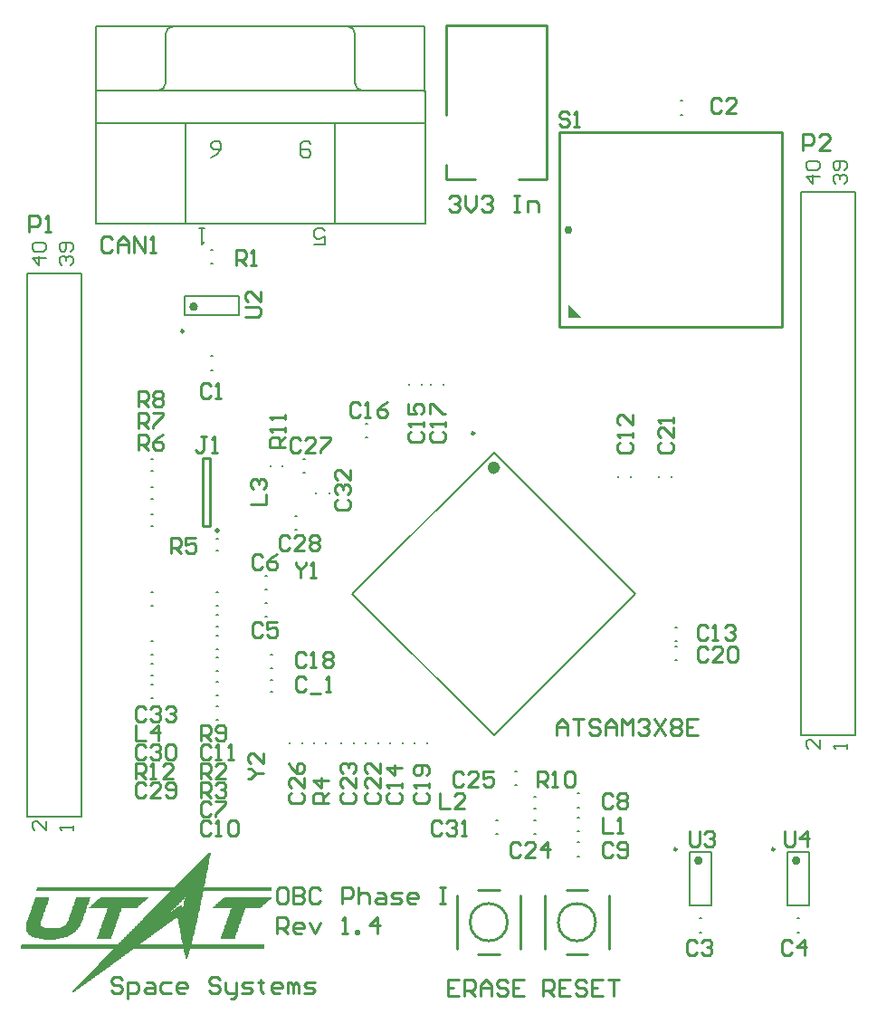
<source format=gto>
%FSLAX25Y25*%
%MOIN*%
G70*
G01*
G75*
%ADD10C,0.04000*%
G04:AMPARAMS|DCode=11|XSize=9.84mil|YSize=61.02mil|CornerRadius=0mil|HoleSize=0mil|Usage=FLASHONLY|Rotation=45.000|XOffset=0mil|YOffset=0mil|HoleType=Round|Shape=Round|*
%AMOVALD11*
21,1,0.05118,0.00984,0.00000,0.00000,135.0*
1,1,0.00984,0.01810,-0.01810*
1,1,0.00984,-0.01810,0.01810*
%
%ADD11OVALD11*%

G04:AMPARAMS|DCode=12|XSize=9.84mil|YSize=61.02mil|CornerRadius=0mil|HoleSize=0mil|Usage=FLASHONLY|Rotation=315.000|XOffset=0mil|YOffset=0mil|HoleType=Round|Shape=Round|*
%AMOVALD12*
21,1,0.05118,0.00984,0.00000,0.00000,45.0*
1,1,0.00984,-0.01810,-0.01810*
1,1,0.00984,0.01810,0.01810*
%
%ADD12OVALD12*%

%ADD13R,0.04528X0.05709*%
%ADD14R,0.05315X0.06102*%
%ADD15R,0.04134X0.05512*%
%ADD16R,0.03347X0.05118*%
%ADD17R,0.05118X0.06102*%
%ADD18O,0.02362X0.08661*%
%ADD19R,0.04528X0.03937*%
%ADD20R,0.03740X0.05315*%
%ADD21R,0.07500X0.04300*%
%ADD22R,0.03500X0.03900*%
%ADD23R,0.05709X0.04528*%
%ADD24R,0.05118X0.03347*%
%ADD25R,0.09449X0.02992*%
%ADD26R,0.07500X0.02800*%
%ADD27R,0.02800X0.07500*%
%ADD28O,0.07480X0.02362*%
%ADD29C,0.00800*%
%ADD30C,0.01600*%
%ADD31C,0.00787*%
%ADD32C,0.27559*%
%ADD33C,0.18740*%
%ADD34R,0.06654X0.06654*%
%ADD35C,0.06654*%
%ADD36C,0.07000*%
%ADD37R,0.07000X0.07000*%
%ADD38C,0.11500*%
%ADD39C,0.01800*%
%ADD40C,0.04000*%
%ADD41C,0.16598*%
G04:AMPARAMS|DCode=42|XSize=185.197mil|YSize=185.197mil|CornerRadius=0mil|HoleSize=0mil|Usage=FLASHONLY|Rotation=0.000|XOffset=0mil|YOffset=0mil|HoleType=Round|Shape=Relief|Width=10mil|Gap=10mil|Entries=4|*
%AMTHD42*
7,0,0,0.18520,0.16520,0.01000,45*
%
%ADD42THD42*%
%ADD43C,0.08291*%
G04:AMPARAMS|DCode=44|XSize=102.913mil|YSize=102.913mil|CornerRadius=0mil|HoleSize=0mil|Usage=FLASHONLY|Rotation=0.000|XOffset=0mil|YOffset=0mil|HoleType=Round|Shape=Relief|Width=10mil|Gap=10mil|Entries=4|*
%AMTHD44*
7,0,0,0.10291,0.08291,0.01000,45*
%
%ADD44THD44*%
%ADD45C,0.08700*%
G04:AMPARAMS|DCode=46|XSize=107mil|YSize=107mil|CornerRadius=0mil|HoleSize=0mil|Usage=FLASHONLY|Rotation=0.000|XOffset=0mil|YOffset=0mil|HoleType=Round|Shape=Relief|Width=10mil|Gap=10mil|Entries=4|*
%AMTHD46*
7,0,0,0.10700,0.08700,0.01000,45*
%
%ADD46THD46*%
%ADD47C,0.12000*%
G04:AMPARAMS|DCode=48|XSize=140mil|YSize=140mil|CornerRadius=0mil|HoleSize=0mil|Usage=FLASHONLY|Rotation=0.000|XOffset=0mil|YOffset=0mil|HoleType=Round|Shape=Relief|Width=10mil|Gap=10mil|Entries=4|*
%AMTHD48*
7,0,0,0.14000,0.12000,0.01000,45*
%
%ADD48THD48*%
G04:AMPARAMS|DCode=49|XSize=68mil|YSize=68mil|CornerRadius=0mil|HoleSize=0mil|Usage=FLASHONLY|Rotation=0.000|XOffset=0mil|YOffset=0mil|HoleType=Round|Shape=Relief|Width=10mil|Gap=10mil|Entries=4|*
%AMTHD49*
7,0,0,0.06800,0.04800,0.01000,45*
%
%ADD49THD49*%
%ADD50C,0.04800*%
%ADD51C,0.16520*%
%ADD52C,0.00984*%
%ADD53C,0.02362*%
%ADD54C,0.01000*%
%ADD55C,0.01575*%
%ADD56C,0.01969*%
%ADD57C,0.03000*%
%ADD58C,0.00200*%
%ADD59C,0.00591*%
G36*
X229500Y268500D02*
X224500D01*
Y273500D01*
X229500Y268500D01*
D02*
G37*
D29*
X327000Y110000D02*
Y111666D01*
Y110833D01*
X322002D01*
X322835Y110000D01*
X317000Y113332D02*
Y110000D01*
X313668Y113332D01*
X312835D01*
X312002Y112499D01*
Y110833D01*
X312835Y110000D01*
X317000Y320499D02*
X312002D01*
X314501Y318000D01*
Y321332D01*
X312835Y322998D02*
X312002Y323831D01*
Y325498D01*
X312835Y326331D01*
X316167D01*
X317000Y325498D01*
Y323831D01*
X316167Y322998D01*
X312835D01*
X322835Y318000D02*
X322002Y318833D01*
Y320499D01*
X322835Y321332D01*
X323668D01*
X324501Y320499D01*
Y319666D01*
Y320499D01*
X325334Y321332D01*
X326167D01*
X327000Y320499D01*
Y318833D01*
X326167Y318000D01*
Y322998D02*
X327000Y323831D01*
Y325498D01*
X326167Y326331D01*
X322835D01*
X322002Y325498D01*
Y323831D01*
X322835Y322998D01*
X323668D01*
X324501Y323831D01*
Y326331D01*
X32000Y83332D02*
Y80000D01*
X28668Y83332D01*
X27835D01*
X27002Y82499D01*
Y80833D01*
X27835Y80000D01*
X42000D02*
Y81666D01*
Y80833D01*
X37002D01*
X37835Y80000D01*
X32000Y290499D02*
X27002D01*
X29501Y288000D01*
Y291332D01*
X27835Y292998D02*
X27002Y293831D01*
Y295498D01*
X27835Y296331D01*
X31167D01*
X32000Y295498D01*
Y293831D01*
X31167Y292998D01*
X27835D01*
X37835Y288000D02*
X37002Y288833D01*
Y290499D01*
X37835Y291332D01*
X38668D01*
X39501Y290499D01*
Y289666D01*
Y290499D01*
X40334Y291332D01*
X41167D01*
X42000Y290499D01*
Y288833D01*
X41167Y288000D01*
Y292998D02*
X42000Y293831D01*
Y295498D01*
X41167Y296331D01*
X37835D01*
X37002Y295498D01*
Y293831D01*
X37835Y292998D01*
X38668D01*
X39501Y293831D01*
Y296331D01*
D31*
X145768Y373043D02*
G03*
X143032Y375780I-2736J0D01*
G01*
X145787Y354913D02*
G03*
X148524Y352177I2736J0D01*
G01*
X78740Y375780D02*
G03*
X76004Y373043I0J-2736D01*
G01*
X73248Y352177D02*
G03*
X75984Y354913I0J2736D01*
G01*
X144792Y166850D02*
X196850Y218909D01*
Y114792D02*
X248909Y166850D01*
X196850Y218909D02*
X248909Y166850D01*
X144792D02*
X196850Y114792D01*
X50256Y375780D02*
X82000D01*
X50256Y352157D02*
Y375780D01*
X143032D02*
X171280D01*
X171500Y375559D01*
Y352000D02*
Y375559D01*
X145787Y354913D02*
Y373024D01*
X75984Y354913D02*
Y373024D01*
X83327Y303339D02*
Y340347D01*
X50256Y352157D02*
X171516D01*
X138445Y303339D02*
Y340347D01*
X50256Y303339D02*
X171516D01*
X78740Y375780D02*
X143032D01*
X50256Y303339D02*
Y352157D01*
X171516Y303339D02*
Y352157D01*
X50256Y340347D02*
X171516D01*
X330000Y115000D02*
Y315000D01*
X310000Y115000D02*
Y315000D01*
Y115000D02*
X330000D01*
X310000Y315000D02*
X330000D01*
X25000Y85000D02*
Y285000D01*
Y85000D02*
X45000D01*
X25000Y285000D02*
X45000D01*
Y85000D02*
Y285000D01*
X263803Y142539D02*
X264197D01*
X263803Y147461D02*
X264197D01*
X92803Y249342D02*
X93197D01*
X92803Y254658D02*
X93197D01*
X92803Y288638D02*
X93197D01*
X92803Y293362D02*
X93197D01*
X94803Y182835D02*
X95197D01*
X94803Y187165D02*
X95197D01*
X70803Y191835D02*
X71197D01*
X70803Y196165D02*
X71197D01*
X70803Y201835D02*
X71197D01*
X70803Y206165D02*
X71197D01*
X70803Y212335D02*
X71197D01*
X70803Y216665D02*
X71197D01*
X83157Y269457D02*
Y276543D01*
X102842D01*
X83157Y269457D02*
X102842D01*
Y276543D01*
X70803Y162539D02*
X71197D01*
X70803Y167461D02*
X71197D01*
X70803Y144539D02*
X71197D01*
X70803Y149461D02*
X71197D01*
X70803Y141165D02*
X71197D01*
X70803Y136835D02*
X71197D01*
X70803Y133461D02*
X71197D01*
X70803Y128539D02*
X71197D01*
X94803Y162638D02*
X95197D01*
X94803Y167362D02*
X95197D01*
X94803Y154736D02*
X95197D01*
X94803Y159264D02*
X95197D01*
X94803Y146638D02*
X95197D01*
X94803Y151362D02*
X95197D01*
X94803Y138638D02*
X95197D01*
X94803Y143362D02*
X95197D01*
X94803Y129539D02*
X95197D01*
X94803Y134461D02*
X95197D01*
X94803Y120539D02*
X95197D01*
X94803Y125461D02*
X95197D01*
X112803Y168539D02*
X113197D01*
X112803Y173461D02*
X113197D01*
X112803Y158539D02*
X113197D01*
X112803Y163461D02*
X113197D01*
X114803Y139539D02*
X115197D01*
X114803Y144461D02*
X115197D01*
X114803Y130736D02*
X115197D01*
X114803Y135264D02*
X115197D01*
X126461Y111803D02*
Y112197D01*
X121539Y111803D02*
Y112197D01*
X130835Y111803D02*
Y112197D01*
X135165Y111803D02*
Y112197D01*
X145461Y111803D02*
Y112197D01*
X140539Y111803D02*
Y112197D01*
X149539Y111803D02*
Y112197D01*
X154461Y111803D02*
Y112197D01*
X158539Y111803D02*
Y112197D01*
X163461Y111803D02*
Y112197D01*
X172461Y111803D02*
Y112197D01*
X167539Y111803D02*
Y112197D01*
X149803Y224539D02*
X150197D01*
X149803Y229461D02*
X150197D01*
X123803Y190539D02*
X124197D01*
X123803Y195461D02*
X124197D01*
X131496Y203803D02*
Y204197D01*
X136417Y203803D02*
Y204197D01*
X126803Y211539D02*
X127197D01*
X126803Y216461D02*
X127197D01*
X114835Y213803D02*
Y214197D01*
X119165Y213803D02*
Y214197D01*
X165539Y243803D02*
Y244197D01*
X170461Y243803D02*
Y244197D01*
X173539Y243803D02*
Y244197D01*
X178461Y243803D02*
Y244197D01*
X265803Y343342D02*
X266197D01*
X265803Y348657D02*
X266197D01*
X242539Y209803D02*
Y210197D01*
X247461Y209803D02*
Y210197D01*
X257539Y209803D02*
Y210197D01*
X262461Y209803D02*
Y210197D01*
X263803Y149539D02*
X264197D01*
X263803Y154461D02*
X264197D01*
X272803Y42342D02*
X273197D01*
X272803Y47657D02*
X273197D01*
X308803Y42342D02*
X309197D01*
X308803Y47657D02*
X309197D01*
X305063Y52157D02*
X312937D01*
X305063D02*
Y71842D01*
X312937Y52157D02*
Y71842D01*
X305063D02*
X312937D01*
X269063Y52157D02*
X276937D01*
X269063D02*
Y71842D01*
X276937Y52157D02*
Y71842D01*
X269063D02*
X276937D01*
X227803Y70342D02*
X228197D01*
X227803Y75657D02*
X228197D01*
X227803Y88342D02*
X228197D01*
X227803Y93657D02*
X228197D01*
X227803Y79539D02*
X228197D01*
X227803Y84461D02*
X228197D01*
X211803Y78539D02*
X212197D01*
X211803Y83461D02*
X212197D01*
X197803Y78539D02*
X198197D01*
X197803Y83461D02*
X198197D01*
X211803Y87835D02*
X212197D01*
X211803Y92165D02*
X212197D01*
X204803Y96539D02*
X205197D01*
X204803Y101461D02*
X205197D01*
D52*
X189687Y226008D02*
G03*
X189687Y226008I-492J0D01*
G01*
X82646Y263551D02*
G03*
X82646Y263551I-492J0D01*
G01*
X300240Y72847D02*
G03*
X300240Y72847I-492J0D01*
G01*
X264240D02*
G03*
X264240Y72847I-492J0D01*
G01*
D53*
X198031Y213341D02*
G03*
X198031Y213341I-1181J0D01*
G01*
D54*
X234390Y46000D02*
G03*
X234390Y46000I-6890J0D01*
G01*
X201890D02*
G03*
X201890Y46000I-6890J0D01*
G01*
X179496Y319433D02*
Y324945D01*
X179496Y343055D02*
Y376126D01*
X216504D01*
X179496Y319433D02*
X189929D01*
X206071D02*
X216504D01*
Y376126D01*
X215689Y36158D02*
Y55843D01*
X223563Y34189D02*
X231437D01*
X223563Y57811D02*
X231437D01*
X239311Y36158D02*
Y55843D01*
X89819Y191700D02*
Y216700D01*
X92181Y191701D02*
Y216701D01*
X89819Y216700D02*
X92180D01*
X89819Y191700D02*
X92180D01*
X221150Y265200D02*
Y336800D01*
Y265200D02*
X302850D01*
X221150Y336800D02*
X302850D01*
Y265200D02*
Y336800D01*
X183189Y36158D02*
Y55843D01*
X191063Y34189D02*
X198937D01*
X191063Y57811D02*
X198937D01*
X206811Y36158D02*
Y55843D01*
X121666Y187582D02*
X120749Y188498D01*
X118916D01*
X118000Y187582D01*
Y183916D01*
X118916Y183000D01*
X120749D01*
X121666Y183916D01*
X127164Y183000D02*
X123498D01*
X127164Y186665D01*
Y187582D01*
X126247Y188498D01*
X124415D01*
X123498Y187582D01*
X128996D02*
X129913Y188498D01*
X131746D01*
X132662Y187582D01*
Y186665D01*
X131746Y185749D01*
X132662Y184833D01*
Y183916D01*
X131746Y183000D01*
X129913D01*
X128996Y183916D01*
Y184833D01*
X129913Y185749D01*
X128996Y186665D01*
Y187582D01*
X129913Y185749D02*
X131746D01*
X213000Y96000D02*
Y101498D01*
X215749D01*
X216666Y100582D01*
Y98749D01*
X215749Y97833D01*
X213000D01*
X214833D02*
X216666Y96000D01*
X218498D02*
X220331D01*
X219415D01*
Y101498D01*
X218498Y100582D01*
X223080D02*
X223996Y101498D01*
X225829D01*
X226746Y100582D01*
Y96916D01*
X225829Y96000D01*
X223996D01*
X223080Y96916D01*
Y100582D01*
X177000Y93498D02*
Y88000D01*
X180666D01*
X186164D02*
X182498D01*
X186164Y91666D01*
Y92582D01*
X185247Y93498D01*
X183415D01*
X182498Y92582D01*
X185666Y100582D02*
X184749Y101498D01*
X182916D01*
X182000Y100582D01*
Y96916D01*
X182916Y96000D01*
X184749D01*
X185666Y96916D01*
X191164Y96000D02*
X187498D01*
X191164Y99665D01*
Y100582D01*
X190247Y101498D01*
X188415D01*
X187498Y100582D01*
X196662Y101498D02*
X192996D01*
Y98749D01*
X194829Y99665D01*
X195746D01*
X196662Y98749D01*
Y96916D01*
X195746Y96000D01*
X193913D01*
X192996Y96916D01*
X206665Y74582D02*
X205749Y75498D01*
X203916D01*
X203000Y74582D01*
Y70916D01*
X203916Y70000D01*
X205749D01*
X206665Y70916D01*
X212164Y70000D02*
X208498D01*
X212164Y73665D01*
Y74582D01*
X211247Y75498D01*
X209415D01*
X208498Y74582D01*
X216746Y70000D02*
Y75498D01*
X213996Y72749D01*
X217662D01*
X177665Y82582D02*
X176749Y83498D01*
X174916D01*
X174000Y82582D01*
Y78916D01*
X174916Y78000D01*
X176749D01*
X177665Y78916D01*
X179498Y82582D02*
X180415Y83498D01*
X182247D01*
X183164Y82582D01*
Y81665D01*
X182247Y80749D01*
X181331D01*
X182247D01*
X183164Y79833D01*
Y78916D01*
X182247Y78000D01*
X180415D01*
X179498Y78916D01*
X184996Y78000D02*
X186829D01*
X185913D01*
Y83498D01*
X184996Y82582D01*
X106502Y99000D02*
X107418D01*
X109251Y100833D01*
X107418Y102665D01*
X106502D01*
X109251Y100833D02*
X112000D01*
Y108164D02*
Y104498D01*
X108335Y108164D01*
X107418D01*
X106502Y107247D01*
Y105415D01*
X107418Y104498D01*
X124000Y178498D02*
Y177582D01*
X125833Y175749D01*
X127665Y177582D01*
Y178498D01*
X125833Y175749D02*
Y173000D01*
X129498D02*
X131331D01*
X130415D01*
Y178498D01*
X129498Y177582D01*
X304000Y79498D02*
Y74916D01*
X304916Y74000D01*
X306749D01*
X307665Y74916D01*
Y79498D01*
X312247Y74000D02*
Y79498D01*
X309498Y76749D01*
X313164D01*
X269000Y79498D02*
Y74916D01*
X269916Y74000D01*
X271749D01*
X272666Y74916D01*
Y79498D01*
X274498Y78582D02*
X275415Y79498D01*
X277247D01*
X278164Y78582D01*
Y77666D01*
X277247Y76749D01*
X276331D01*
X277247D01*
X278164Y75833D01*
Y74916D01*
X277247Y74000D01*
X275415D01*
X274498Y74916D01*
X105502Y269000D02*
X110084D01*
X111000Y269916D01*
Y271749D01*
X110084Y272666D01*
X105502D01*
X111000Y278164D02*
Y274498D01*
X107334Y278164D01*
X106418D01*
X105502Y277247D01*
Y275415D01*
X106418Y274498D01*
X220000Y115000D02*
Y118999D01*
X221999Y120998D01*
X223999Y118999D01*
Y115000D01*
Y117999D01*
X220000D01*
X225998Y120998D02*
X229997D01*
X227997D01*
Y115000D01*
X235995Y119998D02*
X234995Y120998D01*
X232996D01*
X231996Y119998D01*
Y118999D01*
X232996Y117999D01*
X234995D01*
X235995Y116999D01*
Y116000D01*
X234995Y115000D01*
X232996D01*
X231996Y116000D01*
X237994Y115000D02*
Y118999D01*
X239994Y120998D01*
X241993Y118999D01*
Y115000D01*
Y117999D01*
X237994D01*
X243992Y115000D02*
Y120998D01*
X245992Y118999D01*
X247991Y120998D01*
Y115000D01*
X249990Y119998D02*
X250990Y120998D01*
X252989D01*
X253989Y119998D01*
Y118999D01*
X252989Y117999D01*
X251990D01*
X252989D01*
X253989Y116999D01*
Y116000D01*
X252989Y115000D01*
X250990D01*
X249990Y116000D01*
X255988Y120998D02*
X259987Y115000D01*
Y120998D02*
X255988Y115000D01*
X261986Y119998D02*
X262986Y120998D01*
X264985D01*
X265985Y119998D01*
Y118999D01*
X264985Y117999D01*
X265985Y116999D01*
Y116000D01*
X264985Y115000D01*
X262986D01*
X261986Y116000D01*
Y116999D01*
X262986Y117999D01*
X261986Y118999D01*
Y119998D01*
X262986Y117999D02*
X264985D01*
X271983Y120998D02*
X267985D01*
Y115000D01*
X271983D01*
X267985Y117999D02*
X269984D01*
X183999Y24998D02*
X180000D01*
Y19000D01*
X183999D01*
X180000Y21999D02*
X181999D01*
X185998Y19000D02*
Y24998D01*
X188997D01*
X189997Y23998D01*
Y21999D01*
X188997Y20999D01*
X185998D01*
X187997D02*
X189997Y19000D01*
X191996D02*
Y22999D01*
X193995Y24998D01*
X195995Y22999D01*
Y19000D01*
Y21999D01*
X191996D01*
X201993Y23998D02*
X200993Y24998D01*
X198994D01*
X197994Y23998D01*
Y22999D01*
X198994Y21999D01*
X200993D01*
X201993Y20999D01*
Y20000D01*
X200993Y19000D01*
X198994D01*
X197994Y20000D01*
X207991Y24998D02*
X203992D01*
Y19000D01*
X207991D01*
X203992Y21999D02*
X205992D01*
X215000Y19000D02*
Y24998D01*
X217999D01*
X218999Y23998D01*
Y21999D01*
X217999Y20999D01*
X215000D01*
X216999D02*
X218999Y19000D01*
X224997Y24998D02*
X220998D01*
Y19000D01*
X224997D01*
X220998Y21999D02*
X222997D01*
X230995Y23998D02*
X229995Y24998D01*
X227996D01*
X226996Y23998D01*
Y22999D01*
X227996Y21999D01*
X229995D01*
X230995Y20999D01*
Y20000D01*
X229995Y19000D01*
X227996D01*
X226996Y20000D01*
X236993Y24998D02*
X232994D01*
Y19000D01*
X236993D01*
X232994Y21999D02*
X234994D01*
X238992Y24998D02*
X242991D01*
X240992D01*
Y19000D01*
X66000Y236000D02*
Y241498D01*
X68749D01*
X69665Y240582D01*
Y238749D01*
X68749Y237833D01*
X66000D01*
X67833D02*
X69665Y236000D01*
X71498Y240582D02*
X72415Y241498D01*
X74247D01*
X75164Y240582D01*
Y239666D01*
X74247Y238749D01*
X75164Y237833D01*
Y236916D01*
X74247Y236000D01*
X72415D01*
X71498Y236916D01*
Y237833D01*
X72415Y238749D01*
X71498Y239666D01*
Y240582D01*
X72415Y238749D02*
X74247D01*
X66000Y228000D02*
Y233498D01*
X68749D01*
X69665Y232582D01*
Y230749D01*
X68749Y229833D01*
X66000D01*
X67833D02*
X69665Y228000D01*
X71498Y233498D02*
X75164D01*
Y232582D01*
X71498Y228916D01*
Y228000D01*
X66000Y220000D02*
Y225498D01*
X68749D01*
X69665Y224582D01*
Y222749D01*
X68749Y221833D01*
X66000D01*
X67833D02*
X69665Y220000D01*
X75164Y225498D02*
X73331Y224582D01*
X71498Y222749D01*
Y220916D01*
X72415Y220000D01*
X74247D01*
X75164Y220916D01*
Y221833D01*
X74247Y222749D01*
X71498D01*
X78000Y182000D02*
Y187498D01*
X80749D01*
X81665Y186582D01*
Y184749D01*
X80749Y183833D01*
X78000D01*
X79833D02*
X81665Y182000D01*
X87164Y187498D02*
X83498D01*
Y184749D01*
X85331Y185666D01*
X86247D01*
X87164Y184749D01*
Y182916D01*
X86247Y182000D01*
X84415D01*
X83498Y182916D01*
X102000Y288000D02*
Y293498D01*
X104749D01*
X105666Y292582D01*
Y290749D01*
X104749Y289833D01*
X102000D01*
X103833D02*
X105666Y288000D01*
X107498D02*
X109331D01*
X108415D01*
Y293498D01*
X107498Y292582D01*
X65000Y99000D02*
Y104498D01*
X67749D01*
X68665Y103582D01*
Y101749D01*
X67749Y100833D01*
X65000D01*
X66833D02*
X68665Y99000D01*
X70498D02*
X72331D01*
X71415D01*
Y104498D01*
X70498Y103582D01*
X78746Y99000D02*
X75080D01*
X78746Y102665D01*
Y103582D01*
X77829Y104498D01*
X75996D01*
X75080Y103582D01*
X120000Y221000D02*
X114502D01*
Y223749D01*
X115418Y224665D01*
X117251D01*
X118167Y223749D01*
Y221000D01*
Y222833D02*
X120000Y224665D01*
Y226498D02*
Y228331D01*
Y227415D01*
X114502D01*
X115418Y226498D01*
X120000Y231080D02*
Y232913D01*
Y231996D01*
X114502D01*
X115418Y231080D01*
X89000Y113000D02*
Y118498D01*
X91749D01*
X92665Y117582D01*
Y115749D01*
X91749Y114833D01*
X89000D01*
X90833D02*
X92665Y113000D01*
X94498Y113916D02*
X95415Y113000D01*
X97247D01*
X98164Y113916D01*
Y117582D01*
X97247Y118498D01*
X95415D01*
X94498Y117582D01*
Y116665D01*
X95415Y115749D01*
X98164D01*
X89000Y92000D02*
Y97498D01*
X91749D01*
X92665Y96582D01*
Y94749D01*
X91749Y93833D01*
X89000D01*
X90833D02*
X92665Y92000D01*
X94498Y96582D02*
X95415Y97498D01*
X97247D01*
X98164Y96582D01*
Y95666D01*
X97247Y94749D01*
X96331D01*
X97247D01*
X98164Y93833D01*
Y92916D01*
X97247Y92000D01*
X95415D01*
X94498Y92916D01*
X89000Y99000D02*
Y104498D01*
X91749D01*
X92665Y103582D01*
Y101749D01*
X91749Y100833D01*
X89000D01*
X90833D02*
X92665Y99000D01*
X98164D02*
X94498D01*
X98164Y102665D01*
Y103582D01*
X97247Y104498D01*
X95415D01*
X94498Y103582D01*
X136000Y90000D02*
X130502D01*
Y92749D01*
X131418Y93665D01*
X133251D01*
X134167Y92749D01*
Y90000D01*
Y91833D02*
X136000Y93665D01*
Y98247D02*
X130502D01*
X133251Y95498D01*
Y99164D01*
X180500Y312498D02*
X181500Y313498D01*
X183499D01*
X184499Y312498D01*
Y311499D01*
X183499Y310499D01*
X182499D01*
X183499D01*
X184499Y309499D01*
Y308500D01*
X183499Y307500D01*
X181500D01*
X180500Y308500D01*
X186498Y313498D02*
Y309499D01*
X188497Y307500D01*
X190497Y309499D01*
Y313498D01*
X192496Y312498D02*
X193496Y313498D01*
X195495D01*
X196495Y312498D01*
Y311499D01*
X195495Y310499D01*
X194495D01*
X195495D01*
X196495Y309499D01*
Y308500D01*
X195495Y307500D01*
X193496D01*
X192496Y308500D01*
X204492Y313498D02*
X206492D01*
X205492D01*
Y307500D01*
X204492D01*
X206492D01*
X209491D02*
Y311499D01*
X212490D01*
X213489Y310499D01*
Y307500D01*
X310600Y330100D02*
Y336098D01*
X313599D01*
X314599Y335098D01*
Y333099D01*
X313599Y332099D01*
X310600D01*
X320597Y330100D02*
X316598D01*
X320597Y334099D01*
Y335098D01*
X319597Y336098D01*
X317598D01*
X316598Y335098D01*
X25600Y300100D02*
Y306098D01*
X28599D01*
X29599Y305098D01*
Y303099D01*
X28599Y302099D01*
X25600D01*
X31598Y300100D02*
X33597D01*
X32598D01*
Y306098D01*
X31598Y305098D01*
X237000Y84498D02*
Y79000D01*
X240666D01*
X242498D02*
X244331D01*
X243415D01*
Y84498D01*
X242498Y83582D01*
X65000Y118498D02*
Y113000D01*
X68665D01*
X73247D02*
Y118498D01*
X70498Y115749D01*
X74164D01*
X107502Y200000D02*
X113000D01*
Y203665D01*
X108418Y205498D02*
X107502Y206415D01*
Y208247D01*
X108418Y209164D01*
X109335D01*
X110251Y208247D01*
Y207331D01*
Y208247D01*
X111167Y209164D01*
X112084D01*
X113000Y208247D01*
Y206415D01*
X112084Y205498D01*
X280665Y348582D02*
X279749Y349498D01*
X277916D01*
X277000Y348582D01*
Y344916D01*
X277916Y344000D01*
X279749D01*
X280665Y344916D01*
X286164Y344000D02*
X282498D01*
X286164Y347666D01*
Y348582D01*
X285247Y349498D01*
X283415D01*
X282498Y348582D01*
X127665Y135582D02*
X126749Y136498D01*
X124916D01*
X124000Y135582D01*
Y131916D01*
X124916Y131000D01*
X126749D01*
X127665Y131916D01*
X129498Y130084D02*
X133164D01*
X134996Y131000D02*
X136829D01*
X135913D01*
Y136498D01*
X134996Y135582D01*
X306665Y38582D02*
X305749Y39498D01*
X303916D01*
X303000Y38582D01*
Y34916D01*
X303916Y34000D01*
X305749D01*
X306665Y34916D01*
X311247Y34000D02*
Y39498D01*
X308498Y36749D01*
X312164D01*
X271666Y38582D02*
X270749Y39498D01*
X268916D01*
X268000Y38582D01*
Y34916D01*
X268916Y34000D01*
X270749D01*
X271666Y34916D01*
X273498Y38582D02*
X274415Y39498D01*
X276247D01*
X277164Y38582D01*
Y37666D01*
X276247Y36749D01*
X275331D01*
X276247D01*
X277164Y35833D01*
Y34916D01*
X276247Y34000D01*
X274415D01*
X273498Y34916D01*
X92665Y243582D02*
X91749Y244498D01*
X89916D01*
X89000Y243582D01*
Y239916D01*
X89916Y239000D01*
X91749D01*
X92665Y239916D01*
X94498Y239000D02*
X96331D01*
X95415D01*
Y244498D01*
X94498Y243582D01*
X92665Y82582D02*
X91749Y83498D01*
X89916D01*
X89000Y82582D01*
Y78916D01*
X89916Y78000D01*
X91749D01*
X92665Y78916D01*
X94498Y78000D02*
X96331D01*
X95415D01*
Y83498D01*
X94498Y82582D01*
X99080D02*
X99996Y83498D01*
X101829D01*
X102746Y82582D01*
Y78916D01*
X101829Y78000D01*
X99996D01*
X99080Y78916D01*
Y82582D01*
X92665Y89582D02*
X91749Y90498D01*
X89916D01*
X89000Y89582D01*
Y85916D01*
X89916Y85000D01*
X91749D01*
X92665Y85916D01*
X94498Y90498D02*
X98164D01*
Y89582D01*
X94498Y85916D01*
Y85000D01*
X111665Y180582D02*
X110749Y181498D01*
X108916D01*
X108000Y180582D01*
Y176916D01*
X108916Y176000D01*
X110749D01*
X111665Y176916D01*
X117164Y181498D02*
X115331Y180582D01*
X113498Y178749D01*
Y176916D01*
X114415Y176000D01*
X116247D01*
X117164Y176916D01*
Y177833D01*
X116247Y178749D01*
X113498D01*
X111665Y155582D02*
X110749Y156498D01*
X108916D01*
X108000Y155582D01*
Y151916D01*
X108916Y151000D01*
X110749D01*
X111665Y151916D01*
X117164Y156498D02*
X113498D01*
Y153749D01*
X115331Y154666D01*
X116247D01*
X117164Y153749D01*
Y151916D01*
X116247Y151000D01*
X114415D01*
X113498Y151916D01*
X166418Y226665D02*
X165502Y225749D01*
Y223916D01*
X166418Y223000D01*
X170084D01*
X171000Y223916D01*
Y225749D01*
X170084Y226665D01*
X171000Y228498D02*
Y230331D01*
Y229415D01*
X165502D01*
X166418Y228498D01*
X165502Y236746D02*
Y233080D01*
X168251D01*
X167334Y234913D01*
Y235829D01*
X168251Y236746D01*
X170084D01*
X171000Y235829D01*
Y233996D01*
X170084Y233080D01*
X158418Y93665D02*
X157502Y92749D01*
Y90916D01*
X158418Y90000D01*
X162084D01*
X163000Y90916D01*
Y92749D01*
X162084Y93665D01*
X163000Y95498D02*
Y97331D01*
Y96415D01*
X157502D01*
X158418Y95498D01*
X163000Y102829D02*
X157502D01*
X160251Y100080D01*
Y103746D01*
X275665Y154582D02*
X274749Y155498D01*
X272916D01*
X272000Y154582D01*
Y150916D01*
X272916Y150000D01*
X274749D01*
X275665Y150916D01*
X277498Y150000D02*
X279331D01*
X278415D01*
Y155498D01*
X277498Y154582D01*
X282080D02*
X282996Y155498D01*
X284829D01*
X285746Y154582D01*
Y153665D01*
X284829Y152749D01*
X283913D01*
X284829D01*
X285746Y151833D01*
Y150916D01*
X284829Y150000D01*
X282996D01*
X282080Y150916D01*
X243418Y222666D02*
X242502Y221749D01*
Y219916D01*
X243418Y219000D01*
X247084D01*
X248000Y219916D01*
Y221749D01*
X247084Y222666D01*
X248000Y224498D02*
Y226331D01*
Y225415D01*
X242502D01*
X243418Y224498D01*
X248000Y232746D02*
Y229080D01*
X244335Y232746D01*
X243418D01*
X242502Y231829D01*
Y229996D01*
X243418Y229080D01*
X258418Y222666D02*
X257502Y221749D01*
Y219916D01*
X258418Y219000D01*
X262084D01*
X263000Y219916D01*
Y221749D01*
X262084Y222666D01*
X263000Y228164D02*
Y224498D01*
X259334Y228164D01*
X258418D01*
X257502Y227247D01*
Y225415D01*
X258418Y224498D01*
X263000Y229996D02*
Y231829D01*
Y230913D01*
X257502D01*
X258418Y229996D01*
X275665Y146582D02*
X274749Y147498D01*
X272916D01*
X272000Y146582D01*
Y142916D01*
X272916Y142000D01*
X274749D01*
X275665Y142916D01*
X281164Y142000D02*
X277498D01*
X281164Y145666D01*
Y146582D01*
X280247Y147498D01*
X278415D01*
X277498Y146582D01*
X282996D02*
X283913Y147498D01*
X285746D01*
X286662Y146582D01*
Y142916D01*
X285746Y142000D01*
X283913D01*
X282996Y142916D01*
Y146582D01*
X168418Y93665D02*
X167502Y92749D01*
Y90916D01*
X168418Y90000D01*
X172084D01*
X173000Y90916D01*
Y92749D01*
X172084Y93665D01*
X173000Y95498D02*
Y97331D01*
Y96415D01*
X167502D01*
X168418Y95498D01*
X172084Y100080D02*
X173000Y100996D01*
Y102829D01*
X172084Y103746D01*
X168418D01*
X167502Y102829D01*
Y100996D01*
X168418Y100080D01*
X169334D01*
X170251Y100996D01*
Y103746D01*
X127665Y144582D02*
X126749Y145498D01*
X124916D01*
X124000Y144582D01*
Y140916D01*
X124916Y140000D01*
X126749D01*
X127665Y140916D01*
X129498Y140000D02*
X131331D01*
X130415D01*
Y145498D01*
X129498Y144582D01*
X134080D02*
X134996Y145498D01*
X136829D01*
X137746Y144582D01*
Y143666D01*
X136829Y142749D01*
X137746Y141833D01*
Y140916D01*
X136829Y140000D01*
X134996D01*
X134080Y140916D01*
Y141833D01*
X134996Y142749D01*
X134080Y143666D01*
Y144582D01*
X134996Y142749D02*
X136829D01*
X174418Y226665D02*
X173502Y225749D01*
Y223916D01*
X174418Y223000D01*
X178084D01*
X179000Y223916D01*
Y225749D01*
X178084Y226665D01*
X179000Y228498D02*
Y230331D01*
Y229415D01*
X173502D01*
X174418Y228498D01*
X173502Y233080D02*
Y236746D01*
X174418D01*
X178084Y233080D01*
X179000D01*
X141418Y93665D02*
X140502Y92749D01*
Y90916D01*
X141418Y90000D01*
X145084D01*
X146000Y90916D01*
Y92749D01*
X145084Y93665D01*
X146000Y99164D02*
Y95498D01*
X142334Y99164D01*
X141418D01*
X140502Y98247D01*
Y96415D01*
X141418Y95498D01*
Y100996D02*
X140502Y101913D01*
Y103746D01*
X141418Y104662D01*
X142334D01*
X143251Y103746D01*
Y102829D01*
Y103746D01*
X144167Y104662D01*
X145084D01*
X146000Y103746D01*
Y101913D01*
X145084Y100996D01*
X150418Y93665D02*
X149502Y92749D01*
Y90916D01*
X150418Y90000D01*
X154084D01*
X155000Y90916D01*
Y92749D01*
X154084Y93665D01*
X155000Y99164D02*
Y95498D01*
X151335Y99164D01*
X150418D01*
X149502Y98247D01*
Y96415D01*
X150418Y95498D01*
X155000Y104662D02*
Y100996D01*
X151335Y104662D01*
X150418D01*
X149502Y103746D01*
Y101913D01*
X150418Y100996D01*
X68665Y110582D02*
X67749Y111498D01*
X65916D01*
X65000Y110582D01*
Y106916D01*
X65916Y106000D01*
X67749D01*
X68665Y106916D01*
X70498Y110582D02*
X71415Y111498D01*
X73247D01*
X74164Y110582D01*
Y109666D01*
X73247Y108749D01*
X72331D01*
X73247D01*
X74164Y107833D01*
Y106916D01*
X73247Y106000D01*
X71415D01*
X70498Y106916D01*
X75996Y110582D02*
X76913Y111498D01*
X78746D01*
X79662Y110582D01*
Y106916D01*
X78746Y106000D01*
X76913D01*
X75996Y106916D01*
Y110582D01*
X68665Y96582D02*
X67749Y97498D01*
X65916D01*
X65000Y96582D01*
Y92916D01*
X65916Y92000D01*
X67749D01*
X68665Y92916D01*
X74164Y92000D02*
X70498D01*
X74164Y95666D01*
Y96582D01*
X73247Y97498D01*
X71415D01*
X70498Y96582D01*
X75996Y92916D02*
X76913Y92000D01*
X78746D01*
X79662Y92916D01*
Y96582D01*
X78746Y97498D01*
X76913D01*
X75996Y96582D01*
Y95666D01*
X76913Y94749D01*
X79662D01*
X68665Y124582D02*
X67749Y125498D01*
X65916D01*
X65000Y124582D01*
Y120916D01*
X65916Y120000D01*
X67749D01*
X68665Y120916D01*
X70498Y124582D02*
X71415Y125498D01*
X73247D01*
X74164Y124582D01*
Y123665D01*
X73247Y122749D01*
X72331D01*
X73247D01*
X74164Y121833D01*
Y120916D01*
X73247Y120000D01*
X71415D01*
X70498Y120916D01*
X75996Y124582D02*
X76913Y125498D01*
X78746D01*
X79662Y124582D01*
Y123665D01*
X78746Y122749D01*
X77829D01*
X78746D01*
X79662Y121833D01*
Y120916D01*
X78746Y120000D01*
X76913D01*
X75996Y120916D01*
X125665Y223582D02*
X124749Y224498D01*
X122916D01*
X122000Y223582D01*
Y219916D01*
X122916Y219000D01*
X124749D01*
X125665Y219916D01*
X131164Y219000D02*
X127498D01*
X131164Y222666D01*
Y223582D01*
X130247Y224498D01*
X128415D01*
X127498Y223582D01*
X132996Y224498D02*
X136662D01*
Y223582D01*
X132996Y219916D01*
Y219000D01*
X139418Y201665D02*
X138502Y200749D01*
Y198916D01*
X139418Y198000D01*
X143084D01*
X144000Y198916D01*
Y200749D01*
X143084Y201665D01*
X139418Y203498D02*
X138502Y204415D01*
Y206247D01*
X139418Y207164D01*
X140334D01*
X141251Y206247D01*
Y205331D01*
Y206247D01*
X142167Y207164D01*
X143084D01*
X144000Y206247D01*
Y204415D01*
X143084Y203498D01*
X144000Y212662D02*
Y208996D01*
X140334Y212662D01*
X139418D01*
X138502Y211746D01*
Y209913D01*
X139418Y208996D01*
X122418Y93665D02*
X121502Y92749D01*
Y90916D01*
X122418Y90000D01*
X126084D01*
X127000Y90916D01*
Y92749D01*
X126084Y93665D01*
X127000Y99164D02*
Y95498D01*
X123335Y99164D01*
X122418D01*
X121502Y98247D01*
Y96415D01*
X122418Y95498D01*
X121502Y104662D02*
X122418Y102829D01*
X124251Y100996D01*
X126084D01*
X127000Y101913D01*
Y103746D01*
X126084Y104662D01*
X125167D01*
X124251Y103746D01*
Y100996D01*
X147666Y236582D02*
X146749Y237498D01*
X144916D01*
X144000Y236582D01*
Y232916D01*
X144916Y232000D01*
X146749D01*
X147666Y232916D01*
X149498Y232000D02*
X151331D01*
X150415D01*
Y237498D01*
X149498Y236582D01*
X157746Y237498D02*
X155913Y236582D01*
X154080Y234749D01*
Y232916D01*
X154996Y232000D01*
X156829D01*
X157746Y232916D01*
Y233833D01*
X156829Y234749D01*
X154080D01*
X240666Y74582D02*
X239749Y75498D01*
X237916D01*
X237000Y74582D01*
Y70916D01*
X237916Y70000D01*
X239749D01*
X240666Y70916D01*
X242498D02*
X243415Y70000D01*
X245247D01*
X246164Y70916D01*
Y74582D01*
X245247Y75498D01*
X243415D01*
X242498Y74582D01*
Y73665D01*
X243415Y72749D01*
X246164D01*
X240666Y92582D02*
X239749Y93498D01*
X237916D01*
X237000Y92582D01*
Y88916D01*
X237916Y88000D01*
X239749D01*
X240666Y88916D01*
X242498Y92582D02*
X243415Y93498D01*
X245247D01*
X246164Y92582D01*
Y91666D01*
X245247Y90749D01*
X246164Y89833D01*
Y88916D01*
X245247Y88000D01*
X243415D01*
X242498Y88916D01*
Y89833D01*
X243415Y90749D01*
X242498Y91666D01*
Y92582D01*
X243415Y90749D02*
X245247D01*
X92665Y110582D02*
X91749Y111498D01*
X89916D01*
X89000Y110582D01*
Y106916D01*
X89916Y106000D01*
X91749D01*
X92665Y106916D01*
X94498Y106000D02*
X96331D01*
X95415D01*
Y111498D01*
X94498Y110582D01*
X99080Y106000D02*
X100913D01*
X99996D01*
Y111498D01*
X99080Y110582D01*
X56499Y297498D02*
X55499Y298498D01*
X53500D01*
X52500Y297498D01*
Y293500D01*
X53500Y292500D01*
X55499D01*
X56499Y293500D01*
X58498Y292500D02*
Y296499D01*
X60497Y298498D01*
X62497Y296499D01*
Y292500D01*
Y295499D01*
X58498D01*
X64496Y292500D02*
Y298498D01*
X68495Y292500D01*
Y298498D01*
X70494Y292500D02*
X72493D01*
X71494D01*
Y298498D01*
X70494Y297498D01*
X224665Y343582D02*
X223749Y344498D01*
X221916D01*
X221000Y343582D01*
Y342666D01*
X221916Y341749D01*
X223749D01*
X224665Y340833D01*
Y339916D01*
X223749Y339000D01*
X221916D01*
X221000Y339916D01*
X226498Y339000D02*
X228331D01*
X227415D01*
Y344498D01*
X226498Y343582D01*
X90999Y224998D02*
X88999D01*
X89999D01*
Y220000D01*
X88999Y219000D01*
X88000D01*
X87000Y220000D01*
X92998Y219000D02*
X94997D01*
X93998D01*
Y224998D01*
X92998Y223998D01*
X119999Y58998D02*
X118000D01*
X117000Y57998D01*
Y54000D01*
X118000Y53000D01*
X119999D01*
X120999Y54000D01*
Y57998D01*
X119999Y58998D01*
X122998D02*
Y53000D01*
X125997D01*
X126997Y54000D01*
Y54999D01*
X125997Y55999D01*
X122998D01*
X125997D01*
X126997Y56999D01*
Y57998D01*
X125997Y58998D01*
X122998D01*
X132995Y57998D02*
X131995Y58998D01*
X129996D01*
X128996Y57998D01*
Y54000D01*
X129996Y53000D01*
X131995D01*
X132995Y54000D01*
X140992Y53000D02*
Y58998D01*
X143991D01*
X144991Y57998D01*
Y55999D01*
X143991Y54999D01*
X140992D01*
X146990Y58998D02*
Y53000D01*
Y55999D01*
X147990Y56999D01*
X149989D01*
X150989Y55999D01*
Y53000D01*
X153988Y56999D02*
X155987D01*
X156987Y55999D01*
Y53000D01*
X153988D01*
X152988Y54000D01*
X153988Y54999D01*
X156987D01*
X158986Y53000D02*
X161985D01*
X162985Y54000D01*
X161985Y54999D01*
X159986D01*
X158986Y55999D01*
X159986Y56999D01*
X162985D01*
X167983Y53000D02*
X165984D01*
X164985Y54000D01*
Y55999D01*
X165984Y56999D01*
X167983D01*
X168983Y55999D01*
Y54999D01*
X164985D01*
X176981Y58998D02*
X178980D01*
X177980D01*
Y53000D01*
X176981D01*
X178980D01*
X117000Y42000D02*
Y47998D01*
X119999D01*
X120999Y46998D01*
Y44999D01*
X119999Y43999D01*
X117000D01*
X118999D02*
X120999Y42000D01*
X125997D02*
X123998D01*
X122998Y43000D01*
Y44999D01*
X123998Y45999D01*
X125997D01*
X126997Y44999D01*
Y43999D01*
X122998D01*
X128996Y45999D02*
X130996Y42000D01*
X132995Y45999D01*
X140992Y42000D02*
X142992D01*
X141992D01*
Y47998D01*
X140992Y46998D01*
X145991Y42000D02*
Y43000D01*
X146990D01*
Y42000D01*
X145991D01*
X153988D02*
Y47998D01*
X150989Y44999D01*
X154988D01*
X59999Y24998D02*
X58999Y25998D01*
X57000D01*
X56000Y24998D01*
Y23999D01*
X57000Y22999D01*
X58999D01*
X59999Y21999D01*
Y21000D01*
X58999Y20000D01*
X57000D01*
X56000Y21000D01*
X61998Y18001D02*
Y23999D01*
X64997D01*
X65997Y22999D01*
Y21000D01*
X64997Y20000D01*
X61998D01*
X68996Y23999D02*
X70995D01*
X71995Y22999D01*
Y20000D01*
X68996D01*
X67996Y21000D01*
X68996Y21999D01*
X71995D01*
X77993Y23999D02*
X74994D01*
X73994Y22999D01*
Y21000D01*
X74994Y20000D01*
X77993D01*
X82991D02*
X80992D01*
X79992Y21000D01*
Y22999D01*
X80992Y23999D01*
X82991D01*
X83991Y22999D01*
Y21999D01*
X79992D01*
X95987Y24998D02*
X94987Y25998D01*
X92988D01*
X91988Y24998D01*
Y23999D01*
X92988Y22999D01*
X94987D01*
X95987Y21999D01*
Y21000D01*
X94987Y20000D01*
X92988D01*
X91988Y21000D01*
X97986Y23999D02*
Y21000D01*
X98986Y20000D01*
X101985D01*
Y19000D01*
X100986Y18001D01*
X99986D01*
X101985Y20000D02*
Y23999D01*
X103984Y20000D02*
X106983D01*
X107983Y21000D01*
X106983Y21999D01*
X104984D01*
X103984Y22999D01*
X104984Y23999D01*
X107983D01*
X110982Y24998D02*
Y23999D01*
X109983D01*
X111982D01*
X110982D01*
Y21000D01*
X111982Y20000D01*
X117980D02*
X115981D01*
X114981Y21000D01*
Y22999D01*
X115981Y23999D01*
X117980D01*
X118980Y22999D01*
Y21999D01*
X114981D01*
X120979Y20000D02*
Y23999D01*
X121979D01*
X122978Y22999D01*
Y20000D01*
Y22999D01*
X123978Y23999D01*
X124978Y22999D01*
Y20000D01*
X126977D02*
X129976D01*
X130976Y21000D01*
X129976Y21999D01*
X127977D01*
X126977Y22999D01*
X127977Y23999D01*
X130976D01*
D55*
X87094Y272606D02*
G03*
X87094Y272606I-787J0D01*
G01*
X309000Y68693D02*
G03*
X309000Y68693I-787J0D01*
G01*
X273000D02*
G03*
X273000Y68693I-787J0D01*
G01*
D56*
X94937Y190063D02*
D03*
D57*
X224500Y301000D02*
D03*
D58*
X97800Y44400D02*
X102600D01*
X97800Y44600D02*
X102600D01*
X97800Y44800D02*
X102800D01*
X98000Y45000D02*
X102800D01*
X98000Y45200D02*
X102800D01*
X98200Y45400D02*
X103000D01*
X98200Y45600D02*
X103000D01*
X98200Y45800D02*
X103000D01*
X98400Y46000D02*
X103200D01*
X98400Y46200D02*
X103200D01*
X98400Y46400D02*
X103400D01*
X98600Y46600D02*
X103400D01*
X98600Y46800D02*
X103400D01*
X98600Y47000D02*
X103600D01*
X98800Y47200D02*
X103600D01*
X98800Y47400D02*
X103600D01*
X98800Y47600D02*
X103800D01*
X99000Y47800D02*
X103800D01*
X99000Y48000D02*
X103800D01*
X99000Y48200D02*
X104000D01*
X99200Y48400D02*
X104000D01*
X99200Y48600D02*
X104000D01*
X99400Y48800D02*
X104200D01*
X99400Y49000D02*
X104200D01*
X99400Y49200D02*
X104400D01*
X99600Y49400D02*
X104400D01*
X99600Y49600D02*
X104400D01*
X99600Y49800D02*
X104600D01*
X99800Y50000D02*
X104600D01*
X99800Y50400D02*
X104800D01*
X100000Y50600D02*
X104800D01*
X100000Y50800D02*
X104800D01*
X100000Y51000D02*
X105000D01*
X100200Y51200D02*
X105000D01*
X89800Y69600D02*
X91800D01*
X90000Y69800D02*
X92000D01*
X90200Y70000D02*
X92000D01*
X90400Y70200D02*
X92000D01*
X90600Y70400D02*
X92000D01*
X90800Y70600D02*
X92000D01*
X91000Y70800D02*
X92200D01*
X91200Y71000D02*
X92200D01*
X91400Y71200D02*
X92200D01*
X91600Y71400D02*
X92200D01*
X91800Y71600D02*
X92200D01*
X83400Y33000D02*
X83800D01*
X83400Y33200D02*
X83800D01*
X83200Y33400D02*
X83800D01*
X83200Y33600D02*
X84000D01*
X83200Y33800D02*
X84000D01*
X83200Y34000D02*
X84000D01*
X83000Y34400D02*
X84200D01*
X83000Y34600D02*
X84200D01*
X83000Y34800D02*
X84200D01*
X83000Y35000D02*
X84400D01*
X82800Y35200D02*
X84400D01*
X82800Y35400D02*
X84400D01*
X82800Y35600D02*
X84400D01*
X82800Y35800D02*
X84600D01*
X82600Y36000D02*
X84600D01*
X82600Y36200D02*
X84600D01*
X82600Y36400D02*
X84600D01*
X82200Y38000D02*
X85000D01*
X82200Y38200D02*
X85200D01*
X82200Y38400D02*
X85200D01*
X82200Y38600D02*
X85200D01*
X82200Y38800D02*
X85400D01*
X82000Y39000D02*
X85400D01*
X82000Y39200D02*
X85400D01*
X82000Y39400D02*
X85400D01*
X82000Y39600D02*
X85600D01*
X82000Y39800D02*
X85600D01*
X81800Y40000D02*
X85600D01*
X81800Y40200D02*
X85600D01*
X81800Y40400D02*
X85800D01*
X81800Y40600D02*
X85800D01*
X81800Y40800D02*
X85800D01*
X82200Y50800D02*
X88200D01*
X82400Y51000D02*
X88200D01*
X82400Y51200D02*
X88200D01*
X82400Y51400D02*
X88200D01*
X82400Y51600D02*
X88400D01*
X82400Y51800D02*
X88400D01*
X82600Y52000D02*
X88400D01*
X82600Y52200D02*
X88400D01*
X82600Y52400D02*
X88600D01*
X82600Y52600D02*
X88600D01*
X82600Y52800D02*
X88600D01*
X82800Y53000D02*
X88600D01*
X82800Y53200D02*
X88600D01*
X82800Y53400D02*
X88800D01*
X82800Y53600D02*
X88800D01*
X82800Y53800D02*
X88800D01*
X83000Y54000D02*
X88800D01*
X83000Y54200D02*
X88800D01*
X83000Y54400D02*
X89000D01*
X83000Y54600D02*
X89000D01*
X83000Y54800D02*
X89000D01*
X83200Y55000D02*
X89000D01*
X83200Y55200D02*
X89000D01*
X83200Y55400D02*
X89200D01*
X73800Y53600D02*
X81200D01*
X74000Y53800D02*
X81400D01*
X49800Y29000D02*
X53800D01*
X50000Y29200D02*
X54000D01*
X50200Y29400D02*
X54400D01*
X50400Y29600D02*
X54600D01*
X50600Y29800D02*
X54800D01*
X50800Y30000D02*
X55200D01*
X51000Y30200D02*
X55400D01*
X51200Y30400D02*
X55600D01*
X51400Y30600D02*
X56000D01*
X51400Y30800D02*
X56200D01*
X51600Y31000D02*
X56400D01*
X51800Y31200D02*
X56800D01*
X52000Y31400D02*
X57000D01*
X52200Y31600D02*
X57400D01*
X50800Y40200D02*
X55600D01*
X50800Y40400D02*
X55600D01*
X50800Y40600D02*
X55800D01*
X51000Y40800D02*
X55800D01*
X51000Y41000D02*
X55800D01*
X51000Y41200D02*
X56000D01*
X51200Y41400D02*
X56000D01*
X51200Y41600D02*
X56000D01*
X51200Y41800D02*
X56200D01*
X51400Y42000D02*
X56200D01*
X51600Y42400D02*
X56400D01*
X51600Y42600D02*
X56400D01*
X51600Y42800D02*
X56400D01*
X51800Y43000D02*
X56600D01*
X51800Y43200D02*
X56600D01*
X51800Y43400D02*
X56600D01*
X52000Y43600D02*
X56800D01*
X52000Y43800D02*
X56800D01*
X52000Y44000D02*
X57000D01*
X52200Y44200D02*
X57000D01*
X52200Y44400D02*
X57000D01*
X52200Y44600D02*
X57200D01*
X52400Y44800D02*
X57200D01*
X52400Y45000D02*
X57200D01*
X52400Y45200D02*
X57400D01*
X52600Y45400D02*
X57400D01*
X52600Y45600D02*
X57400D01*
X41800Y20800D02*
X42200D01*
X41800Y21000D02*
X42600D01*
X42000Y21200D02*
X42800D01*
X42200Y21400D02*
X43200D01*
X42400Y21600D02*
X43400D01*
X42600Y21800D02*
X43800D01*
X42800Y22000D02*
X44000D01*
X43000Y22200D02*
X44200D01*
X43200Y22400D02*
X44600D01*
X43400Y22600D02*
X44800D01*
X43600Y22800D02*
X45200D01*
X43800Y23000D02*
X45400D01*
X44000Y23200D02*
X45600D01*
X44200Y23400D02*
X46000D01*
X44400Y23600D02*
X46200D01*
X44600Y23800D02*
X46600D01*
X44800Y24000D02*
X46800D01*
X45000Y24200D02*
X47000D01*
X45200Y24400D02*
X47400D01*
X45400Y24600D02*
X47600D01*
X45600Y24800D02*
X48000D01*
X45800Y25000D02*
X48200D01*
X46000Y25200D02*
X48400D01*
X46200Y25400D02*
X48800D01*
X46400Y25600D02*
X49000D01*
X46600Y25800D02*
X49400D01*
X41800Y51400D02*
X46600D01*
X41800Y51600D02*
X46600D01*
X41800Y51800D02*
X46800D01*
X42000Y52000D02*
X46800D01*
X42000Y52200D02*
X46800D01*
X42200Y52400D02*
X47000D01*
X42200Y52600D02*
X47000D01*
X42200Y52800D02*
X47200D01*
X42400Y53000D02*
X47200D01*
X42400Y53200D02*
X47200D01*
X42400Y53400D02*
X47400D01*
X42600Y53600D02*
X47400D01*
X42600Y53800D02*
X47400D01*
X42600Y54000D02*
X47600D01*
X42800Y54200D02*
X47600D01*
X42800Y54400D02*
X47600D01*
X42800Y54600D02*
X47800D01*
X43000Y54800D02*
X47800D01*
X43000Y55000D02*
X47800D01*
X43000Y55200D02*
X48000D01*
X25800Y48600D02*
X30600D01*
X25800Y48800D02*
X30600D01*
X25800Y49000D02*
X30600D01*
X26000Y49200D02*
X30800D01*
X26000Y49400D02*
X30800D01*
X26000Y49600D02*
X30800D01*
X26200Y49800D02*
X31000D01*
X26200Y50000D02*
X31000D01*
X26400Y50400D02*
X31200D01*
X26400Y50600D02*
X31200D01*
X26600Y50800D02*
X31400D01*
X26600Y51000D02*
X31400D01*
X26600Y51200D02*
X31400D01*
X26800Y51400D02*
X31600D01*
X26800Y51600D02*
X31600D01*
X26800Y51800D02*
X31600D01*
X27000Y52000D02*
X31800D01*
X27000Y52200D02*
X31800D01*
X27000Y52400D02*
X31800D01*
X27200Y52600D02*
X32000D01*
X27200Y52800D02*
X32000D01*
X27200Y53000D02*
X32200D01*
X27400Y53200D02*
X32200D01*
X27400Y53400D02*
X32200D01*
X27400Y53600D02*
X32400D01*
X27600Y53800D02*
X32400D01*
X27600Y54000D02*
X32400D01*
X27800Y54200D02*
X32600D01*
X27800Y54400D02*
X32600D01*
X27800Y54600D02*
X32600D01*
X28000Y54800D02*
X32800D01*
X28000Y55000D02*
X32800D01*
X28000Y55200D02*
X32800D01*
X99800Y50200D02*
X104600D01*
X83000Y34200D02*
X84000D01*
X51400Y42200D02*
X56200D01*
X26200Y50200D02*
X31200D01*
X96200Y40200D02*
X101200D01*
X96400Y40400D02*
X101200D01*
X96400Y40600D02*
X101200D01*
X96400Y40800D02*
X101400D01*
X96600Y41000D02*
X101400D01*
X81600D02*
X85800D01*
X96600Y41200D02*
X101400D01*
X81600D02*
X86000D01*
X81600Y41400D02*
X86000D01*
X81600Y41600D02*
X86000D01*
X81600Y41800D02*
X86000D01*
X81600Y42000D02*
X86200D01*
X81400Y42400D02*
X86200D01*
X81400Y42600D02*
X86200D01*
X81400Y42800D02*
X86400D01*
X81400Y43000D02*
X86400D01*
X81200Y43200D02*
X86400D01*
X81200Y43400D02*
X86400D01*
X81200Y43600D02*
X86600D01*
X81200Y43800D02*
X86600D01*
X81200Y44000D02*
X86600D01*
X81000Y44200D02*
X86600D01*
X81000Y44400D02*
X86800D01*
X81000Y44600D02*
X86800D01*
X81000Y44800D02*
X86800D01*
X81000Y45000D02*
X86800D01*
X81000Y45200D02*
X87000D01*
X80800Y45400D02*
X87000D01*
X80800Y45600D02*
X87000D01*
X80800Y45800D02*
X87000D01*
X80800Y46000D02*
X87000D01*
X80800Y46200D02*
X87200D01*
X80600Y46400D02*
X87200D01*
X80600Y46600D02*
X87200D01*
X80600Y46800D02*
X87200D01*
X80600Y47000D02*
X87400D01*
X80600Y47200D02*
X87400D01*
X80600Y47400D02*
X87400D01*
X80400Y47600D02*
X87400D01*
X80400Y47800D02*
X87400D01*
X80400Y48000D02*
X87600D01*
X80400Y48200D02*
X87600D01*
X76800Y49200D02*
X87800D01*
X77000Y49400D02*
X87800D01*
X77400Y49600D02*
X87800D01*
X69800D02*
X77000D01*
X77600Y49800D02*
X88000D01*
X70000D02*
X77200D01*
X78000Y50000D02*
X88000D01*
X70200D02*
X77400D01*
X78600Y50400D02*
X88000D01*
X70600D02*
X77800D01*
X78800Y50600D02*
X88200D01*
X70800D02*
X78000D01*
X79200Y50800D02*
X82000D01*
X71000D02*
X78400D01*
X79400Y51000D02*
X82000D01*
X71200D02*
X78600D01*
X79600Y51200D02*
X82000D01*
X71400D02*
X78800D01*
X80000Y51400D02*
X82000D01*
X71600D02*
X79000D01*
X80200Y51600D02*
X81800D01*
X71800D02*
X79200D01*
X80600Y51800D02*
X81800D01*
X72000D02*
X79400D01*
X80800Y52000D02*
X81800D01*
X72200D02*
X79600D01*
X81200Y52200D02*
X81800D01*
X72400D02*
X79800D01*
X72600Y52400D02*
X80000D01*
X72800Y52600D02*
X80200D01*
X73000Y52800D02*
X80400D01*
X73200Y53000D02*
X80600D01*
X73400Y53200D02*
X80800D01*
X73600Y53400D02*
X81000D01*
X74200Y54000D02*
X81600D01*
X74400Y54200D02*
X81800D01*
X74600Y54400D02*
X82000D01*
X74800Y54600D02*
X82200D01*
X75000Y54800D02*
X82400D01*
X75200Y55000D02*
X82600D01*
X75400Y55200D02*
X82800D01*
X75600Y55400D02*
X83000D01*
X75800Y55600D02*
X89200D01*
X76000Y55800D02*
X89200D01*
X76200Y56000D02*
X89200D01*
X76400Y56200D02*
X89200D01*
X76600Y56400D02*
X89400D01*
X76800Y56600D02*
X89400D01*
X77000Y56800D02*
X89400D01*
X77200Y57000D02*
X89400D01*
X77400Y57200D02*
X89400D01*
X77600Y57400D02*
X89600D01*
X78000Y57600D02*
X89600D01*
X79400Y59000D02*
X89800D01*
X79400Y59200D02*
X89800D01*
X79600Y59400D02*
X90000D01*
X79800Y59600D02*
X90000D01*
X80000Y59800D02*
X90000D01*
X80200Y60000D02*
X90000D01*
X80400Y60200D02*
X90000D01*
X80600Y60400D02*
X90200D01*
X80800Y60600D02*
X90200D01*
X81000Y60800D02*
X90200D01*
X81200Y61000D02*
X90200D01*
X81400Y61200D02*
X90200D01*
X81600Y61400D02*
X90400D01*
X81800Y61600D02*
X90400D01*
X82000Y61800D02*
X90400D01*
X82200Y62000D02*
X90400D01*
X82400Y62200D02*
X90400D01*
X82600Y62400D02*
X90600D01*
X82800Y62600D02*
X90600D01*
X83000Y62800D02*
X90600D01*
X83200Y63000D02*
X90600D01*
X83400Y63200D02*
X90600D01*
X83600Y63400D02*
X90800D01*
X83800Y63600D02*
X90800D01*
X84000Y63800D02*
X90800D01*
X84200Y64000D02*
X90800D01*
X84400Y64200D02*
X90800D01*
X84600Y64400D02*
X91000D01*
X84800Y64600D02*
X91000D01*
X85000Y64800D02*
X91000D01*
X85200Y65000D02*
X91000D01*
X85400Y65200D02*
X91000D01*
X85600Y65400D02*
X91000D01*
X85800Y65600D02*
X91200D01*
X86000Y65800D02*
X91200D01*
X86200Y66000D02*
X91200D01*
X86600Y66400D02*
X91200D01*
X86800Y66600D02*
X91400D01*
X87000Y66800D02*
X91400D01*
X87200Y67000D02*
X91400D01*
X87400Y67200D02*
X91400D01*
X87600Y67400D02*
X91400D01*
X87800Y67600D02*
X91600D01*
X88000Y67800D02*
X91600D01*
X88200Y68000D02*
X91600D01*
X88400Y68200D02*
X91600D01*
X88600Y68400D02*
X91600D01*
X88800Y68600D02*
X91800D01*
X89000Y68800D02*
X91800D01*
X89200Y69000D02*
X91800D01*
X89400Y69200D02*
X91800D01*
X89600Y69400D02*
X91800D01*
X41600Y20600D02*
X42000D01*
X46800Y26000D02*
X49600D01*
X47200Y26400D02*
X50200D01*
X47400Y26600D02*
X50400D01*
X47600Y26800D02*
X50800D01*
X47800Y27000D02*
X51000D01*
X48000Y27200D02*
X51200D01*
X48200Y27400D02*
X51600D01*
X48400Y27600D02*
X51800D01*
X48600Y27800D02*
X52200D01*
X48800Y28000D02*
X52400D01*
X49000Y28200D02*
X52600D01*
X49200Y28400D02*
X53000D01*
X49400Y28600D02*
X53200D01*
X49600Y28800D02*
X53400D01*
X52400Y31800D02*
X57600D01*
X52600Y32000D02*
X57800D01*
X52800Y32200D02*
X58200D01*
X53000Y32400D02*
X58400D01*
X53200Y32600D02*
X58600D01*
X53400Y32800D02*
X59000D01*
X53600Y33000D02*
X59200D01*
X53800Y33200D02*
X59400D01*
X54000Y33400D02*
X59800D01*
X54200Y33600D02*
X60000D01*
X54400Y33800D02*
X60400D01*
X54600Y34000D02*
X60600D01*
X55000Y34400D02*
X61200D01*
X55200Y34600D02*
X61400D01*
X55400Y34800D02*
X61600D01*
X55600Y35000D02*
X62000D01*
X55800Y35200D02*
X62200D01*
X56000Y35400D02*
X62400D01*
X56200Y35600D02*
X62800D01*
X56400Y35800D02*
X63000D01*
X56600Y36000D02*
X63200D01*
X56800Y36200D02*
X63600D01*
X57000Y36400D02*
X63800D01*
X58400Y38000D02*
X66000D01*
X58600Y38200D02*
X66200D01*
X58800Y38400D02*
X66600D01*
X59000Y38600D02*
X66800D01*
X59200Y38800D02*
X67000D01*
X59400Y39000D02*
X67400D01*
X59600Y39200D02*
X67600D01*
X59800Y39400D02*
X67800D01*
X60000Y39600D02*
X68200D01*
X60200Y39800D02*
X68400D01*
X60400Y40000D02*
X68800D01*
X60600Y40200D02*
X69000D01*
X60800Y40400D02*
X69200D01*
X38000Y44400D02*
X43800D01*
X38400Y44600D02*
X44000D01*
X38800Y44800D02*
X44000D01*
X39000Y45000D02*
X44200D01*
X39200Y45200D02*
X44200D01*
X39400Y45400D02*
X44400D01*
X39600Y45600D02*
X44400D01*
X52800Y45800D02*
X57600D01*
X39600D02*
X44600D01*
X52800Y46000D02*
X57600D01*
X39800D02*
X44600D01*
X52800Y46200D02*
X57600D01*
X39800D02*
X44800D01*
X53000Y46400D02*
X57800D01*
X40000D02*
X44800D01*
X53000Y46600D02*
X57800D01*
X40000D02*
X45000D01*
X53000Y46800D02*
X58000D01*
X40200D02*
X45000D01*
X53200Y47000D02*
X58000D01*
X40200D02*
X45000D01*
X53200Y47200D02*
X58000D01*
X40200D02*
X45200D01*
X53200Y47400D02*
X58200D01*
X40400D02*
X45200D01*
X53400Y47600D02*
X58200D01*
X40400D02*
X45200D01*
X53400Y47800D02*
X58200D01*
X40400D02*
X45400D01*
X53400Y48000D02*
X58400D01*
X40600D02*
X45400D01*
X53600Y48200D02*
X58400D01*
X40600D02*
X45400D01*
X53600Y48400D02*
X58400D01*
X40600D02*
X45600D01*
X53600Y48600D02*
X58600D01*
X40800D02*
X45600D01*
X53800Y48800D02*
X58600D01*
X40800D02*
X45600D01*
X53800Y49000D02*
X58600D01*
X41000D02*
X45800D01*
X54000Y49200D02*
X58800D01*
X41000D02*
X45800D01*
X54000Y49400D02*
X58800D01*
X41000D02*
X46000D01*
X54000Y49600D02*
X58800D01*
X41200D02*
X46000D01*
X54200Y49800D02*
X59000D01*
X41200D02*
X46000D01*
X54200Y50000D02*
X59000D01*
X41200D02*
X46200D01*
X54400Y50400D02*
X59200D01*
X41400D02*
X46200D01*
X54400Y50600D02*
X59200D01*
X41400D02*
X46400D01*
X54400Y50800D02*
X59400D01*
X41600D02*
X46400D01*
X54600Y51000D02*
X59400D01*
X41600D02*
X46400D01*
X54600Y51200D02*
X59400D01*
X41600D02*
X46600D01*
X47600Y51400D02*
X65000D01*
X47800Y51600D02*
X65200D01*
X48200Y51800D02*
X65400D01*
X48400Y52000D02*
X65600D01*
X48600Y52200D02*
X65800D01*
X48800Y52400D02*
X66000D01*
X49000Y52600D02*
X66400D01*
X49200Y52800D02*
X66600D01*
X49400Y53000D02*
X66800D01*
X49600Y53200D02*
X67000D01*
X50000Y53400D02*
X67200D01*
X50200Y53600D02*
X67400D01*
X50400Y53800D02*
X67600D01*
X50600Y54000D02*
X68000D01*
X50800Y54200D02*
X68200D01*
X51000Y54400D02*
X68400D01*
X51200Y54600D02*
X68600D01*
X51600Y54800D02*
X68800D01*
X51800Y55000D02*
X69000D01*
X52000Y55200D02*
X69200D01*
X31000Y40000D02*
X35200D01*
X29200Y40200D02*
X36600D01*
X24600Y44000D02*
X32600D01*
X24600Y44200D02*
X31000D01*
X24600Y44400D02*
X30400D01*
X24600Y44600D02*
X30000D01*
X24600Y44800D02*
X29800D01*
X24600Y45000D02*
X29800D01*
X24600Y45200D02*
X29600D01*
X24600Y45400D02*
X29600D01*
X24800Y45600D02*
X29600D01*
X24800Y45800D02*
X29600D01*
X24800Y46000D02*
X29600D01*
X24800Y46200D02*
X29800D01*
X25000Y46400D02*
X29800D01*
X25000Y46600D02*
X29800D01*
X25000Y46800D02*
X29800D01*
X25200Y47000D02*
X30000D01*
X25200Y47200D02*
X30000D01*
X25200Y47400D02*
X30200D01*
X25400Y47600D02*
X30200D01*
X25400Y47800D02*
X30200D01*
X25600Y48000D02*
X30400D01*
X25600Y48200D02*
X30400D01*
X25600Y48400D02*
X30400D01*
X81400Y42200D02*
X86200D01*
X78200Y50200D02*
X88000D01*
X70400D02*
X77600D01*
X86400Y66200D02*
X91200D01*
X47000Y26200D02*
X49800D01*
X54800Y34200D02*
X60800D01*
X54200Y50200D02*
X59200D01*
X41400D02*
X46200D01*
X22800Y36600D02*
X112000D01*
X22800Y36800D02*
X112000D01*
X22800Y37000D02*
X112000D01*
X22800Y37200D02*
X112000D01*
X22800Y37400D02*
X112000D01*
X22800Y37600D02*
X112000D01*
X23000Y37800D02*
X112000D01*
X28400Y40400D02*
X37600D01*
X61000Y40600D02*
X69600D01*
X27600D02*
X38400D01*
X61200Y40800D02*
X69800D01*
X27200D02*
X39000D01*
X61400Y41000D02*
X70200D01*
X26800D02*
X39600D01*
X61600Y41200D02*
X70400D01*
X26400D02*
X40000D01*
X96600Y41400D02*
X101600D01*
X61800D02*
X70600D01*
X26000D02*
X40400D01*
X96800Y41600D02*
X101600D01*
X62000D02*
X71000D01*
X25800D02*
X40800D01*
X96800Y41800D02*
X101600D01*
X62200D02*
X71200D01*
X25600D02*
X41000D01*
X97000Y42000D02*
X101800D01*
X62400D02*
X71400D01*
X25400D02*
X41400D01*
X97000Y42400D02*
X101800D01*
X62800D02*
X72000D01*
X25200D02*
X42000D01*
X97200Y42600D02*
X102000D01*
X63000D02*
X72200D01*
X25000D02*
X42200D01*
X97200Y42800D02*
X102000D01*
X63200D02*
X72600D01*
X25000D02*
X42400D01*
X97200Y43000D02*
X102200D01*
X63400D02*
X72800D01*
X24800D02*
X42600D01*
X97400Y43200D02*
X102200D01*
X63600D02*
X73200D01*
X24800D02*
X42800D01*
X97400Y43400D02*
X102200D01*
X63800D02*
X73400D01*
X24800D02*
X43000D01*
X97400Y43600D02*
X102400D01*
X64000D02*
X73800D01*
X24600D02*
X43200D01*
X97600Y43800D02*
X102400D01*
X64200D02*
X74000D01*
X24600D02*
X43400D01*
X97600Y44000D02*
X102400D01*
X64400D02*
X74200D01*
X36000D02*
X43400D01*
X97600Y44200D02*
X102600D01*
X64600D02*
X74600D01*
X37200D02*
X43600D01*
X64800Y44400D02*
X74800D01*
X65000Y44600D02*
X75000D01*
X65200Y44800D02*
X75400D01*
X65400Y45000D02*
X75600D01*
X65600Y45200D02*
X76000D01*
X65800Y45400D02*
X76200D01*
X66000Y45600D02*
X76400D01*
X66200Y45800D02*
X76800D01*
X66400Y46000D02*
X77000D01*
X66600Y46200D02*
X77400D01*
X66800Y46400D02*
X77600D01*
X67000Y46600D02*
X78000D01*
X67200Y46800D02*
X78200D01*
X67400Y47000D02*
X78400D01*
X67600Y47200D02*
X78800D01*
X67800Y47400D02*
X79000D01*
X68000Y47600D02*
X79400D01*
X68000Y47800D02*
X79600D01*
X68200Y48000D02*
X80000D01*
X68400Y48200D02*
X80200D01*
X68600Y48400D02*
X87600D01*
X68800Y48600D02*
X87600D01*
X69000Y48800D02*
X87800D01*
X69200Y49000D02*
X87800D01*
X69400Y49200D02*
X76600D01*
X69600Y49400D02*
X76800D01*
X93200Y51400D02*
X110600D01*
X93400Y51600D02*
X110800D01*
X93600Y51800D02*
X111000D01*
X93800Y52000D02*
X111200D01*
X94200Y52200D02*
X111400D01*
X94400Y52400D02*
X111600D01*
X94600Y52600D02*
X111800D01*
X94800Y52800D02*
X112000D01*
X95000Y53000D02*
X112400D01*
X95200Y53200D02*
X112600D01*
X95400Y53400D02*
X112800D01*
X95600Y53600D02*
X113000D01*
X96000Y53800D02*
X113200D01*
X96200Y54000D02*
X113400D01*
X96400Y54200D02*
X113600D01*
X96600Y54400D02*
X114000D01*
X96800Y54600D02*
X114200D01*
X97000Y54800D02*
X114400D01*
X97200Y55000D02*
X114600D01*
X97600Y55200D02*
X114800D01*
X28400Y57800D02*
X114800D01*
X28400Y58000D02*
X114800D01*
X28600Y58400D02*
X114800D01*
X28600Y58600D02*
X114800D01*
X28600Y58800D02*
X114800D01*
X97000Y42200D02*
X101800D01*
X62600D02*
X71800D01*
X25200D02*
X41600D01*
X28400Y58200D02*
X114800D01*
D59*
X90173Y301382D02*
X88205D01*
X89189D01*
Y295478D01*
X90173Y296462D01*
X130726Y295478D02*
X134661D01*
Y298430D01*
X132694Y297446D01*
X131710D01*
X130726Y298430D01*
Y300398D01*
X131710Y301382D01*
X133677D01*
X134661Y300398D01*
X129500Y332516D02*
X128516Y333500D01*
X126548D01*
X125564Y332516D01*
Y328580D01*
X126548Y327596D01*
X128516D01*
X129500Y328580D01*
Y329564D01*
X128516Y330548D01*
X125564D01*
X92564Y327596D02*
X94532Y328580D01*
X96500Y330548D01*
Y332516D01*
X95516Y333500D01*
X93548D01*
X92564Y332516D01*
Y331532D01*
X93548Y330548D01*
X96500D01*
M02*

</source>
